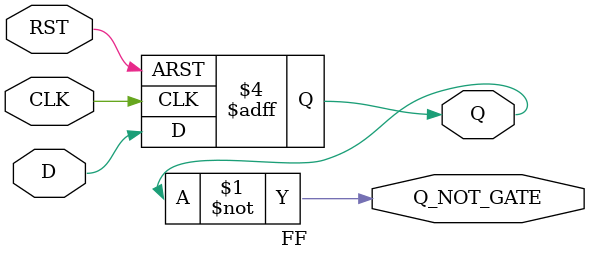
<source format=v>
module FF (
	input wire D,
	input wire CLK,
	input wire RST,
	output reg Q,
	output wire Q_NOT_GATE
);

assign Q_NOT_GATE = ~Q;

always@(posedge CLK or negedge RST) begin
	if(!RST) begin
		Q <= 0;
	end else begin
		Q <= D;
	end

end

endmodule
</source>
